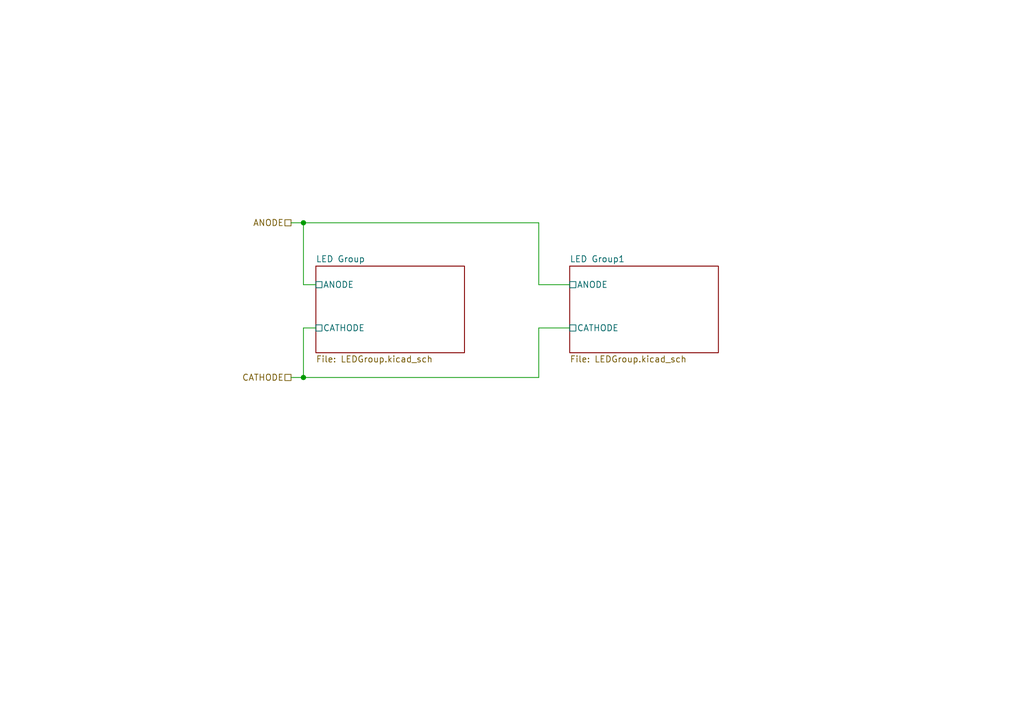
<source format=kicad_sch>
(kicad_sch (version 20211123) (generator eeschema)
  (paper "A5")
  (lib_symbols)
  (junction (at 62.23 45.72))
  (junction (at 62.23 77.47))
  (wire (pts (xy 110.49 58.42) (xy 110.49 45.72)))
  (wire (pts (xy 62.23 77.47) (xy 110.49 77.47)))
  (wire (pts (xy 62.23 58.42) (xy 64.77 58.42)))
  (wire (pts (xy 59.69 77.47) (xy 62.23 77.47)))
  (wire (pts (xy 110.49 77.47) (xy 110.49 67.31)))
  (wire (pts (xy 110.49 58.42) (xy 116.84 58.42)))
  (wire (pts (xy 110.49 67.31) (xy 116.84 67.31)))
  (wire (pts (xy 64.77 67.31) (xy 62.23 67.31)))
  (wire (pts (xy 110.49 45.72) (xy 62.23 45.72)))
  (wire (pts (xy 62.23 67.31) (xy 62.23 77.47)))
  (wire (pts (xy 62.23 45.72) (xy 62.23 58.42)))
  (wire (pts (xy 59.69 45.72) (xy 62.23 45.72)))
  (hierarchical_label "CATHODE" (shape passive) (at 59.69 77.47 180))
  (hierarchical_label "ANODE" (shape passive) (at 59.69 45.72 180))
  (sheet (at 116.84 54.61) (size 30.48 17.78) (stroke (width 0.1524))
    (property "Sheet name" "LED Group1" (at 116.84 53.8984 0) (effects (justify left bottom)))
    (property "Sheet file" "LEDGroup.kicad_sch" (at 116.84 72.9746 0) (effects (justify left top)))
    (pin "ANODE" passive (at 116.84 58.42 180))
    (pin "CATHODE" passive (at 116.84 67.31 180))
  )
  (sheet (at 64.77 54.61) (size 30.48 17.78) (stroke (width 0.1524))
    (property "Sheet name" "LED Group" (at 64.77 53.8984 0) (effects (justify left bottom)))
    (property "Sheet file" "LEDGroup.kicad_sch" (at 64.77 72.9746 0) (effects (justify left top)))
    (pin "ANODE" passive (at 64.77 58.42 180))
    (pin "CATHODE" passive (at 64.77 67.31 180))
  )
)
</source>
